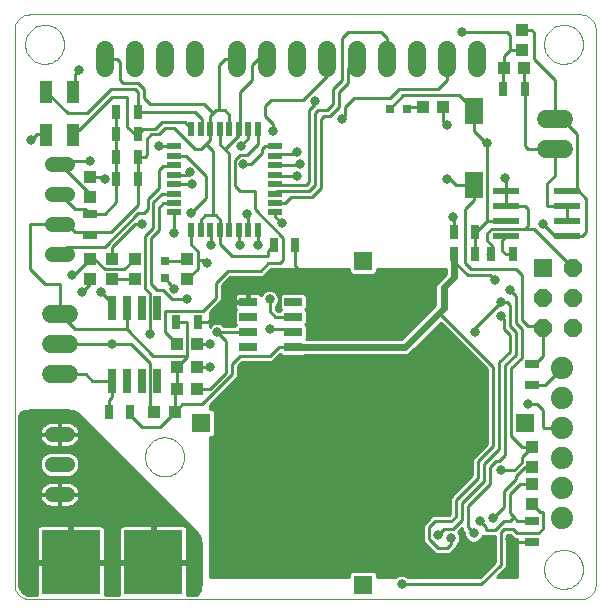
<source format=gtl>
G75*
G70*
%OFA0B0*%
%FSLAX24Y24*%
%IPPOS*%
%LPD*%
%AMOC8*
5,1,8,0,0,1.08239X$1,22.5*
%
%ADD10C,0.0000*%
%ADD11R,0.0220X0.0500*%
%ADD12R,0.0500X0.0220*%
%ADD13R,0.0315X0.0472*%
%ADD14C,0.0600*%
%ADD15R,0.0315X0.0315*%
%ADD16R,0.0394X0.0433*%
%ADD17R,0.0433X0.0748*%
%ADD18C,0.0740*%
%ADD19R,0.0600X0.0600*%
%ADD20OC8,0.0600*%
%ADD21R,0.0433X0.0394*%
%ADD22R,0.0472X0.0315*%
%ADD23R,0.0260X0.0800*%
%ADD24C,0.0515*%
%ADD25R,0.1969X0.2165*%
%ADD26R,0.0630X0.0630*%
%ADD27R,0.0600X0.0300*%
%ADD28R,0.0866X0.0236*%
%ADD29R,0.0630X0.0906*%
%ADD30C,0.0100*%
%ADD31C,0.0320*%
%ADD32C,0.0240*%
D10*
X006618Y007811D02*
X024988Y007811D01*
X025032Y007813D01*
X025075Y007819D01*
X025117Y007828D01*
X025159Y007841D01*
X025199Y007858D01*
X025238Y007878D01*
X025275Y007901D01*
X025309Y007928D01*
X025342Y007957D01*
X025371Y007990D01*
X025398Y008024D01*
X025421Y008061D01*
X025441Y008100D01*
X025458Y008140D01*
X025471Y008182D01*
X025480Y008224D01*
X025486Y008267D01*
X025488Y008311D01*
X025488Y026807D01*
X025486Y026851D01*
X025480Y026894D01*
X025471Y026936D01*
X025458Y026978D01*
X025441Y027018D01*
X025421Y027057D01*
X025398Y027094D01*
X025371Y027128D01*
X025342Y027161D01*
X025309Y027190D01*
X025275Y027217D01*
X025238Y027240D01*
X025199Y027260D01*
X025159Y027277D01*
X025117Y027290D01*
X025075Y027299D01*
X025032Y027305D01*
X024988Y027307D01*
X006618Y027307D01*
X006574Y027305D01*
X006531Y027299D01*
X006489Y027290D01*
X006447Y027277D01*
X006407Y027260D01*
X006368Y027240D01*
X006331Y027217D01*
X006297Y027190D01*
X006264Y027161D01*
X006235Y027128D01*
X006208Y027094D01*
X006185Y027057D01*
X006165Y027018D01*
X006148Y026978D01*
X006135Y026936D01*
X006126Y026894D01*
X006120Y026851D01*
X006118Y026807D01*
X006118Y008311D01*
X006120Y008267D01*
X006126Y008224D01*
X006135Y008182D01*
X006148Y008140D01*
X006165Y008100D01*
X006185Y008061D01*
X006208Y008024D01*
X006235Y007990D01*
X006264Y007957D01*
X006297Y007928D01*
X006331Y007901D01*
X006368Y007878D01*
X006407Y007858D01*
X006447Y007841D01*
X006489Y007828D01*
X006531Y007819D01*
X006574Y007813D01*
X006618Y007811D01*
X010468Y012561D02*
X010470Y012611D01*
X010476Y012661D01*
X010486Y012711D01*
X010499Y012759D01*
X010516Y012807D01*
X010537Y012853D01*
X010561Y012897D01*
X010589Y012939D01*
X010620Y012979D01*
X010654Y013016D01*
X010691Y013051D01*
X010730Y013082D01*
X010771Y013111D01*
X010815Y013136D01*
X010861Y013158D01*
X010908Y013176D01*
X010956Y013190D01*
X011005Y013201D01*
X011055Y013208D01*
X011105Y013211D01*
X011156Y013210D01*
X011206Y013205D01*
X011256Y013196D01*
X011304Y013184D01*
X011352Y013167D01*
X011398Y013147D01*
X011443Y013124D01*
X011486Y013097D01*
X011526Y013067D01*
X011564Y013034D01*
X011599Y012998D01*
X011632Y012959D01*
X011661Y012918D01*
X011687Y012875D01*
X011710Y012830D01*
X011729Y012783D01*
X011744Y012735D01*
X011756Y012686D01*
X011764Y012636D01*
X011768Y012586D01*
X011768Y012536D01*
X011764Y012486D01*
X011756Y012436D01*
X011744Y012387D01*
X011729Y012339D01*
X011710Y012292D01*
X011687Y012247D01*
X011661Y012204D01*
X011632Y012163D01*
X011599Y012124D01*
X011564Y012088D01*
X011526Y012055D01*
X011486Y012025D01*
X011443Y011998D01*
X011398Y011975D01*
X011352Y011955D01*
X011304Y011938D01*
X011256Y011926D01*
X011206Y011917D01*
X011156Y011912D01*
X011105Y011911D01*
X011055Y011914D01*
X011005Y011921D01*
X010956Y011932D01*
X010908Y011946D01*
X010861Y011964D01*
X010815Y011986D01*
X010771Y012011D01*
X010730Y012040D01*
X010691Y012071D01*
X010654Y012106D01*
X010620Y012143D01*
X010589Y012183D01*
X010561Y012225D01*
X010537Y012269D01*
X010516Y012315D01*
X010499Y012363D01*
X010486Y012411D01*
X010476Y012461D01*
X010470Y012511D01*
X010468Y012561D01*
X006468Y026311D02*
X006470Y026361D01*
X006476Y026411D01*
X006486Y026461D01*
X006499Y026509D01*
X006516Y026557D01*
X006537Y026603D01*
X006561Y026647D01*
X006589Y026689D01*
X006620Y026729D01*
X006654Y026766D01*
X006691Y026801D01*
X006730Y026832D01*
X006771Y026861D01*
X006815Y026886D01*
X006861Y026908D01*
X006908Y026926D01*
X006956Y026940D01*
X007005Y026951D01*
X007055Y026958D01*
X007105Y026961D01*
X007156Y026960D01*
X007206Y026955D01*
X007256Y026946D01*
X007304Y026934D01*
X007352Y026917D01*
X007398Y026897D01*
X007443Y026874D01*
X007486Y026847D01*
X007526Y026817D01*
X007564Y026784D01*
X007599Y026748D01*
X007632Y026709D01*
X007661Y026668D01*
X007687Y026625D01*
X007710Y026580D01*
X007729Y026533D01*
X007744Y026485D01*
X007756Y026436D01*
X007764Y026386D01*
X007768Y026336D01*
X007768Y026286D01*
X007764Y026236D01*
X007756Y026186D01*
X007744Y026137D01*
X007729Y026089D01*
X007710Y026042D01*
X007687Y025997D01*
X007661Y025954D01*
X007632Y025913D01*
X007599Y025874D01*
X007564Y025838D01*
X007526Y025805D01*
X007486Y025775D01*
X007443Y025748D01*
X007398Y025725D01*
X007352Y025705D01*
X007304Y025688D01*
X007256Y025676D01*
X007206Y025667D01*
X007156Y025662D01*
X007105Y025661D01*
X007055Y025664D01*
X007005Y025671D01*
X006956Y025682D01*
X006908Y025696D01*
X006861Y025714D01*
X006815Y025736D01*
X006771Y025761D01*
X006730Y025790D01*
X006691Y025821D01*
X006654Y025856D01*
X006620Y025893D01*
X006589Y025933D01*
X006561Y025975D01*
X006537Y026019D01*
X006516Y026065D01*
X006499Y026113D01*
X006486Y026161D01*
X006476Y026211D01*
X006470Y026261D01*
X006468Y026311D01*
X023768Y026311D02*
X023770Y026361D01*
X023776Y026411D01*
X023786Y026461D01*
X023799Y026509D01*
X023816Y026557D01*
X023837Y026603D01*
X023861Y026647D01*
X023889Y026689D01*
X023920Y026729D01*
X023954Y026766D01*
X023991Y026801D01*
X024030Y026832D01*
X024071Y026861D01*
X024115Y026886D01*
X024161Y026908D01*
X024208Y026926D01*
X024256Y026940D01*
X024305Y026951D01*
X024355Y026958D01*
X024405Y026961D01*
X024456Y026960D01*
X024506Y026955D01*
X024556Y026946D01*
X024604Y026934D01*
X024652Y026917D01*
X024698Y026897D01*
X024743Y026874D01*
X024786Y026847D01*
X024826Y026817D01*
X024864Y026784D01*
X024899Y026748D01*
X024932Y026709D01*
X024961Y026668D01*
X024987Y026625D01*
X025010Y026580D01*
X025029Y026533D01*
X025044Y026485D01*
X025056Y026436D01*
X025064Y026386D01*
X025068Y026336D01*
X025068Y026286D01*
X025064Y026236D01*
X025056Y026186D01*
X025044Y026137D01*
X025029Y026089D01*
X025010Y026042D01*
X024987Y025997D01*
X024961Y025954D01*
X024932Y025913D01*
X024899Y025874D01*
X024864Y025838D01*
X024826Y025805D01*
X024786Y025775D01*
X024743Y025748D01*
X024698Y025725D01*
X024652Y025705D01*
X024604Y025688D01*
X024556Y025676D01*
X024506Y025667D01*
X024456Y025662D01*
X024405Y025661D01*
X024355Y025664D01*
X024305Y025671D01*
X024256Y025682D01*
X024208Y025696D01*
X024161Y025714D01*
X024115Y025736D01*
X024071Y025761D01*
X024030Y025790D01*
X023991Y025821D01*
X023954Y025856D01*
X023920Y025893D01*
X023889Y025933D01*
X023861Y025975D01*
X023837Y026019D01*
X023816Y026065D01*
X023799Y026113D01*
X023786Y026161D01*
X023776Y026211D01*
X023770Y026261D01*
X023768Y026311D01*
X023768Y008811D02*
X023770Y008861D01*
X023776Y008911D01*
X023786Y008961D01*
X023799Y009009D01*
X023816Y009057D01*
X023837Y009103D01*
X023861Y009147D01*
X023889Y009189D01*
X023920Y009229D01*
X023954Y009266D01*
X023991Y009301D01*
X024030Y009332D01*
X024071Y009361D01*
X024115Y009386D01*
X024161Y009408D01*
X024208Y009426D01*
X024256Y009440D01*
X024305Y009451D01*
X024355Y009458D01*
X024405Y009461D01*
X024456Y009460D01*
X024506Y009455D01*
X024556Y009446D01*
X024604Y009434D01*
X024652Y009417D01*
X024698Y009397D01*
X024743Y009374D01*
X024786Y009347D01*
X024826Y009317D01*
X024864Y009284D01*
X024899Y009248D01*
X024932Y009209D01*
X024961Y009168D01*
X024987Y009125D01*
X025010Y009080D01*
X025029Y009033D01*
X025044Y008985D01*
X025056Y008936D01*
X025064Y008886D01*
X025068Y008836D01*
X025068Y008786D01*
X025064Y008736D01*
X025056Y008686D01*
X025044Y008637D01*
X025029Y008589D01*
X025010Y008542D01*
X024987Y008497D01*
X024961Y008454D01*
X024932Y008413D01*
X024899Y008374D01*
X024864Y008338D01*
X024826Y008305D01*
X024786Y008275D01*
X024743Y008248D01*
X024698Y008225D01*
X024652Y008205D01*
X024604Y008188D01*
X024556Y008176D01*
X024506Y008167D01*
X024456Y008162D01*
X024405Y008161D01*
X024355Y008164D01*
X024305Y008171D01*
X024256Y008182D01*
X024208Y008196D01*
X024161Y008214D01*
X024115Y008236D01*
X024071Y008261D01*
X024030Y008290D01*
X023991Y008321D01*
X023954Y008356D01*
X023920Y008393D01*
X023889Y008433D01*
X023861Y008475D01*
X023837Y008519D01*
X023816Y008565D01*
X023799Y008613D01*
X023786Y008661D01*
X023776Y008711D01*
X023770Y008761D01*
X023768Y008811D01*
D11*
X014220Y020121D03*
X013905Y020121D03*
X013590Y020121D03*
X013275Y020121D03*
X012960Y020121D03*
X012645Y020121D03*
X012330Y020121D03*
X012015Y020121D03*
X012015Y023501D03*
X012330Y023501D03*
X012645Y023501D03*
X012960Y023501D03*
X013275Y023501D03*
X013590Y023501D03*
X013905Y023501D03*
X014220Y023501D03*
D12*
X014808Y022913D03*
X014808Y022598D03*
X014808Y022283D03*
X014808Y021969D03*
X014808Y021654D03*
X014808Y021339D03*
X014808Y021024D03*
X014808Y020709D03*
X011428Y020709D03*
X011428Y021024D03*
X011428Y021339D03*
X011428Y021654D03*
X011428Y021969D03*
X011428Y022283D03*
X011428Y022598D03*
X011428Y022913D03*
D13*
X010222Y022561D03*
X009513Y022561D03*
X009513Y021811D03*
X010222Y021811D03*
X010222Y023311D03*
X009513Y023311D03*
X009513Y024061D03*
X010222Y024061D03*
X014763Y019611D03*
X015472Y019611D03*
X012222Y017061D03*
X011513Y017061D03*
X009972Y014061D03*
X009263Y014061D03*
X020763Y019311D03*
X021472Y019311D03*
X022013Y019311D03*
X022722Y019311D03*
X021472Y020061D03*
X020763Y020061D03*
X022413Y024811D03*
X023122Y024811D03*
D14*
X023818Y023811D02*
X024418Y023811D01*
X024418Y022811D02*
X023818Y022811D01*
X021518Y025511D02*
X021518Y026111D01*
X020518Y026111D02*
X020518Y025511D01*
X019518Y025511D02*
X019518Y026111D01*
X018518Y026111D02*
X018518Y025511D01*
X017518Y025511D02*
X017518Y026111D01*
X016518Y026111D02*
X016518Y025511D01*
X015518Y025511D02*
X015518Y026111D01*
X014518Y026111D02*
X014518Y025511D01*
X013518Y025511D02*
X013518Y026111D01*
X012118Y026111D02*
X012118Y025511D01*
X011118Y025511D02*
X011118Y026111D01*
X010118Y026111D02*
X010118Y025511D01*
X009118Y025511D02*
X009118Y026111D01*
X007918Y017311D02*
X007318Y017311D01*
X007318Y016311D02*
X007918Y016311D01*
X007918Y015311D02*
X007318Y015311D01*
D15*
X011118Y018516D03*
X011118Y019106D03*
X018623Y024161D03*
X019213Y024161D03*
D16*
X019733Y024211D03*
X020402Y024211D03*
X022433Y025511D03*
X023102Y025511D03*
X012202Y016311D03*
X011533Y016311D03*
X011533Y015561D03*
X012202Y015561D03*
X012202Y014811D03*
X011533Y014811D03*
X011452Y014061D03*
X010783Y014061D03*
D17*
X008071Y023283D03*
X007165Y023283D03*
X007165Y024739D03*
X008071Y024739D03*
D18*
X024368Y015511D03*
X024368Y014511D03*
X024368Y013511D03*
X024368Y012511D03*
X024368Y011511D03*
X024368Y010511D03*
D19*
X023718Y018861D03*
D20*
X024718Y018861D03*
X024718Y017861D03*
X023718Y017861D03*
X023718Y016861D03*
X024718Y016861D03*
D21*
X023368Y012896D03*
X023368Y012226D03*
X023368Y011646D03*
X023368Y010976D03*
X011868Y018476D03*
X011868Y019146D03*
X010118Y019146D03*
X010118Y018476D03*
X009368Y018476D03*
X009368Y019146D03*
X008618Y019146D03*
X008618Y018476D03*
X008618Y021226D03*
X008618Y021896D03*
X023018Y026126D03*
X023018Y026796D03*
D22*
X023368Y015665D03*
X023368Y014957D03*
X023368Y010415D03*
X023368Y009707D03*
X008618Y019957D03*
X008618Y020665D03*
D23*
X009368Y017521D03*
X009868Y017521D03*
X010368Y017521D03*
X010868Y017521D03*
X010868Y015101D03*
X010368Y015101D03*
X009868Y015101D03*
X009368Y015101D03*
D24*
X007875Y013311D02*
X007360Y013311D01*
X007360Y012311D02*
X007875Y012311D01*
X007875Y011311D02*
X007360Y011311D01*
X007360Y019311D02*
X007875Y019311D01*
X007875Y020311D02*
X007360Y020311D01*
X007360Y021311D02*
X007875Y021311D01*
X007875Y022311D02*
X007360Y022311D01*
D25*
X007990Y009042D03*
X010746Y009042D03*
D26*
X012342Y013693D03*
X017736Y019087D03*
X023130Y013693D03*
X017736Y008299D03*
D27*
X015404Y016228D03*
X015404Y016728D03*
X015404Y017228D03*
X015404Y017728D03*
X013904Y017728D03*
X013904Y017228D03*
X013904Y016728D03*
X013904Y016228D03*
D28*
X022494Y019911D03*
X022494Y020411D03*
X022494Y020911D03*
X022494Y021411D03*
X024541Y021411D03*
X024541Y020911D03*
X024541Y020411D03*
X024541Y019911D03*
D29*
X021418Y021621D03*
X021418Y024101D03*
D30*
X021418Y024111D01*
X020918Y024611D01*
X019068Y024611D01*
X018623Y024166D01*
X018623Y024161D01*
X018618Y024511D02*
X018918Y024811D01*
X020218Y024811D01*
X020518Y025111D01*
X020518Y025811D01*
X021018Y026711D02*
X022518Y026711D01*
X022618Y026611D01*
X022618Y026111D01*
X023002Y026111D01*
X023018Y026126D01*
X022618Y026111D02*
X022433Y025926D01*
X022433Y025511D01*
X022413Y025491D01*
X022413Y024811D01*
X023102Y024831D02*
X023102Y025511D01*
X023418Y025811D02*
X024118Y025111D01*
X024118Y023811D01*
X024368Y023811D01*
X024868Y023311D01*
X024868Y021436D01*
X024566Y021436D01*
X024541Y021411D01*
X024918Y021411D01*
X025168Y021161D01*
X025168Y020061D01*
X025018Y019911D01*
X024541Y019911D01*
X024143Y019911D01*
X023743Y020311D01*
X023418Y020161D02*
X024718Y018861D01*
X024541Y019911D02*
X024566Y019936D01*
X024541Y020411D02*
X024541Y020911D01*
X024516Y020936D01*
X023868Y020936D01*
X023868Y021686D01*
X024118Y021936D01*
X024118Y022811D01*
X023218Y022811D01*
X023122Y022907D01*
X023122Y024811D01*
X023102Y024831D01*
X023418Y025811D02*
X023418Y026711D01*
X023333Y026796D01*
X023018Y026796D01*
X021418Y024101D02*
X021418Y023411D01*
X021818Y023011D01*
X021868Y023011D01*
X021868Y020436D01*
X021493Y020061D01*
X021472Y020061D01*
X021472Y019311D01*
X021868Y019311D02*
X022013Y019311D01*
X022018Y019315D01*
X022018Y019611D01*
X021868Y019761D01*
X021868Y020011D01*
X022018Y020161D01*
X023118Y020161D01*
X023418Y020161D01*
X023243Y020286D02*
X023118Y020161D01*
X023243Y020286D02*
X023243Y020811D01*
X023118Y020936D01*
X022519Y020936D01*
X022494Y020911D01*
X022494Y021411D01*
X022494Y021835D01*
X022468Y021861D01*
X021418Y021621D02*
X021418Y021111D01*
X021118Y020811D01*
X021118Y019011D01*
X021318Y018811D01*
X022818Y018811D01*
X023018Y018611D01*
X023018Y017111D01*
X023218Y016911D01*
X023668Y016911D01*
X023718Y016861D01*
X023718Y015911D01*
X023472Y015665D01*
X023368Y015665D01*
X023018Y015861D02*
X023018Y016811D01*
X022818Y017011D01*
X022818Y017911D01*
X022618Y018111D01*
X022518Y017711D02*
X022318Y017711D01*
X021468Y016861D01*
X021468Y016711D01*
X021060Y016286D02*
X019574Y016286D01*
X019476Y016187D02*
X021159Y016187D01*
X021257Y016089D02*
X019377Y016089D01*
X019347Y016058D02*
X020317Y017029D01*
X021868Y015478D01*
X021868Y012994D01*
X021368Y012494D01*
X021368Y012328D01*
X021368Y011944D01*
X020618Y011194D01*
X020618Y011028D01*
X020618Y010644D01*
X020585Y010611D01*
X020035Y010611D01*
X019918Y010494D01*
X019718Y010294D01*
X019718Y010128D01*
X019718Y009728D01*
X019835Y009611D01*
X020135Y009311D01*
X020301Y009311D01*
X020601Y009311D01*
X020718Y009428D01*
X020868Y009578D01*
X020868Y009623D01*
X020931Y009685D01*
X020978Y009799D01*
X020978Y009923D01*
X020931Y010037D01*
X020903Y010064D01*
X021018Y010178D01*
X021018Y010128D01*
X021108Y010038D01*
X021108Y009949D01*
X021155Y009835D01*
X021242Y009748D01*
X021356Y009701D01*
X021479Y009701D01*
X021593Y009748D01*
X021681Y009835D01*
X021719Y009927D01*
X021735Y009911D01*
X021901Y009911D01*
X022118Y009911D01*
X022118Y009044D01*
X021635Y008561D01*
X019206Y008561D01*
X019193Y008574D01*
X019079Y008621D01*
X018956Y008621D01*
X018842Y008574D01*
X018829Y008561D01*
X018201Y008561D01*
X018201Y008676D01*
X018113Y008764D01*
X017359Y008764D01*
X017271Y008676D01*
X017271Y008561D01*
X012618Y008561D01*
X012618Y013228D01*
X012719Y013228D01*
X012807Y013316D01*
X012807Y014070D01*
X012719Y014158D01*
X012618Y014158D01*
X012618Y014278D01*
X013451Y015111D01*
X013568Y015228D01*
X013568Y015578D01*
X013701Y015711D01*
X014535Y015711D01*
X014701Y015711D01*
X014979Y015990D01*
X015041Y015928D01*
X015766Y015928D01*
X015779Y015941D01*
X019171Y015941D01*
X019271Y015982D01*
X019347Y016058D01*
X019347Y016058D01*
X019279Y015990D02*
X021356Y015990D01*
X021454Y015892D02*
X014881Y015892D01*
X014783Y015793D02*
X021553Y015793D01*
X021651Y015694D02*
X013684Y015694D01*
X013586Y015596D02*
X021750Y015596D01*
X021849Y015497D02*
X013568Y015497D01*
X013568Y015399D02*
X021868Y015399D01*
X021868Y015300D02*
X013568Y015300D01*
X013541Y015202D02*
X021868Y015202D01*
X021868Y015103D02*
X013443Y015103D01*
X013344Y015005D02*
X021868Y015005D01*
X021868Y014906D02*
X013246Y014906D01*
X013147Y014808D02*
X021868Y014808D01*
X021868Y014709D02*
X013049Y014709D01*
X012950Y014611D02*
X021868Y014611D01*
X021868Y014512D02*
X012852Y014512D01*
X012753Y014413D02*
X021868Y014413D01*
X021868Y014315D02*
X012654Y014315D01*
X012618Y014216D02*
X021868Y014216D01*
X021868Y014118D02*
X012759Y014118D01*
X012807Y014019D02*
X021868Y014019D01*
X021868Y013921D02*
X012807Y013921D01*
X012807Y013822D02*
X021868Y013822D01*
X021868Y013724D02*
X012807Y013724D01*
X012807Y013625D02*
X021868Y013625D01*
X021868Y013527D02*
X012807Y013527D01*
X012807Y013428D02*
X021868Y013428D01*
X021868Y013329D02*
X012807Y013329D01*
X012722Y013231D02*
X021868Y013231D01*
X021868Y013132D02*
X012618Y013132D01*
X012618Y013034D02*
X021868Y013034D01*
X021809Y012935D02*
X012618Y012935D01*
X012618Y012837D02*
X021711Y012837D01*
X021612Y012738D02*
X012618Y012738D01*
X012618Y012640D02*
X021514Y012640D01*
X021415Y012541D02*
X012618Y012541D01*
X012618Y012443D02*
X021368Y012443D01*
X021368Y012344D02*
X012618Y012344D01*
X012618Y012245D02*
X021368Y012245D01*
X021368Y012147D02*
X012618Y012147D01*
X012618Y012048D02*
X021368Y012048D01*
X021368Y011950D02*
X012618Y011950D01*
X012618Y011851D02*
X021275Y011851D01*
X021177Y011753D02*
X012618Y011753D01*
X012618Y011654D02*
X021078Y011654D01*
X020980Y011556D02*
X012618Y011556D01*
X012618Y011457D02*
X020881Y011457D01*
X020783Y011359D02*
X012618Y011359D01*
X012618Y011260D02*
X020684Y011260D01*
X020618Y011161D02*
X012618Y011161D01*
X012618Y011063D02*
X020618Y011063D01*
X020618Y010964D02*
X012618Y010964D01*
X012618Y010866D02*
X020618Y010866D01*
X020618Y010767D02*
X012618Y010767D01*
X012618Y010669D02*
X020618Y010669D01*
X020818Y010561D02*
X020668Y010411D01*
X020118Y010411D01*
X019918Y010211D01*
X019918Y009811D01*
X020218Y009511D01*
X020518Y009511D01*
X020668Y009661D01*
X020668Y009861D01*
X020718Y010161D02*
X020418Y010161D01*
X020218Y009961D01*
X020718Y010161D02*
X021018Y010461D01*
X021018Y011011D01*
X021768Y011761D01*
X021768Y012311D01*
X022268Y012811D01*
X022268Y015711D01*
X022618Y016061D01*
X022618Y016611D01*
X022418Y016811D01*
X022418Y017161D01*
X022318Y017261D01*
X022618Y016911D02*
X022618Y017611D01*
X022518Y017711D01*
X022618Y016911D02*
X022818Y016711D01*
X022818Y015961D01*
X022468Y015611D01*
X022468Y012611D01*
X022268Y012411D01*
X022168Y012411D01*
X021968Y012211D01*
X021968Y011661D01*
X021218Y010911D01*
X021218Y010211D01*
X021418Y010011D01*
X021699Y009880D02*
X022118Y009880D01*
X022118Y009782D02*
X021627Y009782D01*
X021818Y010111D02*
X021818Y010211D01*
X021618Y010411D01*
X021818Y010111D02*
X022118Y010111D01*
X022418Y010411D01*
X022618Y010411D01*
X022618Y010411D01*
X022755Y010549D01*
X022618Y010686D01*
X022618Y011311D01*
X022952Y011646D01*
X023368Y011646D01*
X022818Y011811D02*
X022418Y011411D01*
X022418Y010886D01*
X022068Y010536D01*
X022418Y010161D02*
X022318Y010061D01*
X022318Y008961D01*
X021668Y008311D01*
X019018Y008311D01*
X019132Y008599D02*
X021673Y008599D01*
X021772Y008698D02*
X018179Y008698D01*
X018201Y008599D02*
X018904Y008599D01*
X019861Y009585D02*
X012618Y009585D01*
X012618Y009683D02*
X019763Y009683D01*
X019718Y009782D02*
X012618Y009782D01*
X012618Y009880D02*
X019718Y009880D01*
X019718Y009979D02*
X012618Y009979D01*
X012618Y010078D02*
X019718Y010078D01*
X019718Y010176D02*
X012618Y010176D01*
X012618Y010275D02*
X019718Y010275D01*
X019797Y010373D02*
X012618Y010373D01*
X012618Y010472D02*
X019896Y010472D01*
X019994Y010570D02*
X012618Y010570D01*
X012151Y010078D02*
X011880Y010078D01*
X011880Y010145D02*
X011870Y010183D01*
X011850Y010217D01*
X011822Y010245D01*
X011788Y010265D01*
X011750Y010275D01*
X010796Y010275D01*
X010796Y009092D01*
X011880Y009092D01*
X011880Y010145D01*
X011872Y010176D02*
X012053Y010176D01*
X011954Y010275D02*
X011750Y010275D01*
X011856Y010373D02*
X006268Y010373D01*
X006268Y010275D02*
X006985Y010275D01*
X006986Y010275D02*
X006948Y010265D01*
X006913Y010245D01*
X006886Y010217D01*
X006866Y010183D01*
X006856Y010145D01*
X006856Y009092D01*
X006268Y009092D01*
X006268Y008994D02*
X007940Y008994D01*
X007940Y008992D02*
X006856Y008992D01*
X006856Y007961D01*
X006618Y007961D01*
X006549Y007968D01*
X006423Y008020D01*
X006327Y008117D01*
X006274Y008243D01*
X006268Y008311D01*
X006268Y008360D01*
X006268Y008373D01*
X006268Y013965D01*
X006296Y013994D01*
X006368Y014044D01*
X006447Y014081D01*
X006531Y014103D01*
X006618Y014111D01*
X007911Y014111D01*
X007989Y014105D01*
X008065Y014087D01*
X008138Y014057D01*
X008205Y014016D01*
X008264Y013965D01*
X012171Y010057D01*
X012222Y009998D01*
X012263Y009931D01*
X012293Y009858D01*
X012312Y009782D01*
X011880Y009782D01*
X011880Y009880D02*
X012284Y009880D01*
X012312Y009782D02*
X012318Y009704D01*
X012318Y008311D01*
X012310Y008224D01*
X012288Y008140D01*
X012251Y008061D01*
X012201Y007990D01*
X012172Y007961D01*
X011880Y007961D01*
X011880Y008992D01*
X010796Y008992D01*
X010796Y009092D01*
X010696Y009092D01*
X010696Y010275D01*
X009742Y010275D01*
X009704Y010265D01*
X009669Y010245D01*
X009641Y010217D01*
X009622Y010183D01*
X009611Y010145D01*
X009611Y009092D01*
X009124Y009092D01*
X009124Y010145D01*
X009114Y010183D01*
X009094Y010217D01*
X009066Y010245D01*
X009032Y010265D01*
X008994Y010275D01*
X008040Y010275D01*
X008040Y009092D01*
X009124Y009092D01*
X009124Y009191D02*
X009611Y009191D01*
X009611Y009289D02*
X009124Y009289D01*
X009124Y009388D02*
X009611Y009388D01*
X009611Y009486D02*
X009124Y009486D01*
X009124Y009585D02*
X009611Y009585D01*
X009611Y009683D02*
X009124Y009683D01*
X009124Y009782D02*
X009611Y009782D01*
X009611Y009880D02*
X009124Y009880D01*
X009124Y009979D02*
X009611Y009979D01*
X009611Y010078D02*
X009124Y010078D01*
X009116Y010176D02*
X009620Y010176D01*
X009741Y010275D02*
X008994Y010275D01*
X008186Y011046D02*
X008224Y011097D01*
X008253Y011155D01*
X008273Y011216D01*
X008283Y011279D01*
X008283Y011282D01*
X007647Y011282D01*
X007647Y011340D01*
X008283Y011340D01*
X008283Y011343D01*
X008273Y011406D01*
X008253Y011467D01*
X008224Y011525D01*
X008186Y011576D01*
X008141Y011622D01*
X008089Y011659D01*
X008032Y011689D01*
X007971Y011708D01*
X007907Y011718D01*
X007647Y011718D01*
X007647Y011340D01*
X007589Y011340D01*
X007589Y011718D01*
X007328Y011718D01*
X007265Y011708D01*
X007204Y011689D01*
X007147Y011659D01*
X007095Y011622D01*
X007049Y011576D01*
X007012Y011525D01*
X006983Y011467D01*
X006963Y011406D01*
X006953Y011343D01*
X006953Y011340D01*
X007589Y011340D01*
X007589Y011282D01*
X007647Y011282D01*
X007647Y010904D01*
X007907Y010904D01*
X007971Y010914D01*
X008032Y010933D01*
X008089Y010963D01*
X008141Y011000D01*
X008186Y011046D01*
X008199Y011063D02*
X011166Y011063D01*
X011264Y010964D02*
X008091Y010964D01*
X008255Y011161D02*
X011067Y011161D01*
X010969Y011260D02*
X008280Y011260D01*
X008280Y011359D02*
X010870Y011359D01*
X010772Y011457D02*
X008256Y011457D01*
X008201Y011556D02*
X010673Y011556D01*
X010575Y011654D02*
X008096Y011654D01*
X007956Y011904D02*
X008106Y011966D01*
X008221Y012080D01*
X008283Y012230D01*
X008283Y012392D01*
X008221Y012542D01*
X008106Y012656D01*
X007956Y012718D01*
X007279Y012718D01*
X007129Y012656D01*
X007015Y012542D01*
X006953Y012392D01*
X006953Y012230D01*
X007015Y012080D01*
X007129Y011966D01*
X007279Y011904D01*
X007956Y011904D01*
X008068Y011950D02*
X010279Y011950D01*
X010180Y012048D02*
X008189Y012048D01*
X008248Y012147D02*
X010082Y012147D01*
X009983Y012245D02*
X008283Y012245D01*
X008283Y012344D02*
X009885Y012344D01*
X009786Y012443D02*
X008262Y012443D01*
X008221Y012541D02*
X009688Y012541D01*
X009589Y012640D02*
X008123Y012640D01*
X008032Y012933D02*
X008089Y012963D01*
X008141Y013000D01*
X008186Y013046D01*
X008224Y013097D01*
X008253Y013155D01*
X008273Y013216D01*
X008283Y013279D01*
X008283Y013282D01*
X007647Y013282D01*
X007647Y013340D01*
X008283Y013340D01*
X008283Y013343D01*
X008273Y013406D01*
X008253Y013467D01*
X008224Y013525D01*
X008186Y013576D01*
X008141Y013622D01*
X008089Y013659D01*
X008032Y013689D01*
X007971Y013708D01*
X007907Y013718D01*
X007647Y013718D01*
X007647Y013340D01*
X007589Y013340D01*
X007589Y013718D01*
X007328Y013718D01*
X007265Y013708D01*
X007204Y013689D01*
X007147Y013659D01*
X007095Y013622D01*
X007049Y013576D01*
X007012Y013525D01*
X006983Y013467D01*
X006963Y013406D01*
X006953Y013343D01*
X006953Y013340D01*
X007589Y013340D01*
X007589Y013282D01*
X007647Y013282D01*
X007647Y012904D01*
X007907Y012904D01*
X007971Y012914D01*
X008032Y012933D01*
X008035Y012935D02*
X009294Y012935D01*
X009392Y012837D02*
X006268Y012837D01*
X006268Y012935D02*
X007200Y012935D01*
X007204Y012933D02*
X007147Y012963D01*
X007095Y013000D01*
X007049Y013046D01*
X007012Y013097D01*
X006983Y013155D01*
X006963Y013216D01*
X006953Y013279D01*
X006953Y013282D01*
X007589Y013282D01*
X007589Y012904D01*
X007328Y012904D01*
X007265Y012914D01*
X007204Y012933D01*
X007061Y013034D02*
X006268Y013034D01*
X006268Y013132D02*
X006994Y013132D01*
X006960Y013231D02*
X006268Y013231D01*
X006268Y013329D02*
X007589Y013329D01*
X007647Y013329D02*
X008899Y013329D01*
X008998Y013231D02*
X008275Y013231D01*
X008242Y013132D02*
X009096Y013132D01*
X009195Y013034D02*
X008174Y013034D01*
X008266Y013428D02*
X008801Y013428D01*
X008702Y013527D02*
X008222Y013527D01*
X008136Y013625D02*
X008604Y013625D01*
X008505Y013724D02*
X006268Y013724D01*
X006268Y013822D02*
X008407Y013822D01*
X008308Y013921D02*
X006268Y013921D01*
X006332Y014019D02*
X008198Y014019D01*
X007647Y013625D02*
X007589Y013625D01*
X007589Y013527D02*
X007647Y013527D01*
X007647Y013428D02*
X007589Y013428D01*
X007589Y013231D02*
X007647Y013231D01*
X007647Y013132D02*
X007589Y013132D01*
X007589Y013034D02*
X007647Y013034D01*
X007647Y012935D02*
X007589Y012935D01*
X007113Y012640D02*
X006268Y012640D01*
X006268Y012738D02*
X009491Y012738D01*
X010368Y013561D02*
X010952Y013561D01*
X011452Y014061D01*
X011702Y014311D01*
X012368Y014311D01*
X013368Y015311D01*
X013368Y015661D01*
X013618Y015911D01*
X014618Y015911D01*
X014918Y016211D01*
X015387Y016211D01*
X015404Y016228D01*
X015362Y016186D01*
X015819Y016481D02*
X015854Y016515D01*
X015854Y016940D01*
X015816Y016978D01*
X015854Y017015D01*
X015854Y017440D01*
X015816Y017478D01*
X015854Y017515D01*
X015854Y017940D01*
X015766Y018028D01*
X015041Y018028D01*
X014954Y017940D01*
X014954Y017515D01*
X014991Y017478D01*
X014954Y017440D01*
X014954Y017428D01*
X014884Y017428D01*
X014818Y017494D01*
X014818Y017573D01*
X014881Y017635D01*
X014928Y017749D01*
X014928Y017873D01*
X014881Y017987D01*
X014793Y018074D01*
X014679Y018121D01*
X014556Y018121D01*
X014442Y018074D01*
X014355Y017987D01*
X014338Y017945D01*
X014324Y017970D01*
X014296Y017998D01*
X014261Y018017D01*
X014223Y018028D01*
X013929Y018028D01*
X013929Y017753D01*
X013879Y017753D01*
X013879Y018028D01*
X013584Y018028D01*
X013546Y018017D01*
X013511Y017998D01*
X013484Y017970D01*
X013464Y017935D01*
X013454Y017897D01*
X013454Y017753D01*
X013878Y017753D01*
X013878Y017702D01*
X013454Y017702D01*
X013454Y017558D01*
X013464Y017520D01*
X013484Y017485D01*
X013491Y017478D01*
X013454Y017440D01*
X013454Y017015D01*
X013491Y016978D01*
X013454Y016940D01*
X013454Y016911D01*
X013106Y016911D01*
X013043Y016974D01*
X012929Y017021D01*
X012806Y017021D01*
X012692Y016974D01*
X012618Y016899D01*
X012618Y017378D01*
X012901Y017661D01*
X013018Y017778D01*
X013018Y018278D01*
X013301Y018561D01*
X014235Y018561D01*
X014401Y018561D01*
X014651Y018811D01*
X017271Y018811D01*
X017271Y018709D01*
X017359Y018622D01*
X018113Y018622D01*
X018201Y018709D01*
X018201Y018811D01*
X020493Y018811D01*
X020493Y018669D01*
X020265Y018440D01*
X020189Y018364D01*
X020148Y018265D01*
X020148Y017623D01*
X020039Y017514D01*
X019006Y016481D01*
X015819Y016481D01*
X015821Y016483D02*
X019008Y016483D01*
X019106Y016581D02*
X015854Y016581D01*
X015854Y016680D02*
X019205Y016680D01*
X019303Y016778D02*
X015854Y016778D01*
X015854Y016877D02*
X019402Y016877D01*
X019501Y016976D02*
X015818Y016976D01*
X015854Y017074D02*
X019599Y017074D01*
X019698Y017173D02*
X015854Y017173D01*
X015854Y017271D02*
X019796Y017271D01*
X019895Y017370D02*
X015854Y017370D01*
X015825Y017468D02*
X019993Y017468D01*
X020092Y017567D02*
X015854Y017567D01*
X015854Y017665D02*
X020148Y017665D01*
X020148Y017764D02*
X015854Y017764D01*
X015854Y017862D02*
X020148Y017862D01*
X020148Y017961D02*
X015832Y017961D01*
X015618Y018311D02*
X015422Y018507D01*
X015668Y018711D02*
X015472Y018907D01*
X015472Y019611D01*
X015068Y019861D02*
X014118Y020811D01*
X014118Y021436D01*
X013618Y021436D01*
X013468Y021586D01*
X013468Y022461D01*
X013618Y022611D01*
X013868Y022611D01*
X014243Y022986D01*
X014243Y023478D01*
X014220Y023501D01*
X013905Y023501D02*
X013905Y023198D01*
X013668Y022911D01*
X013275Y022654D02*
X013118Y022811D01*
X013590Y023283D01*
X013590Y023501D01*
X013618Y023529D01*
X013618Y024711D01*
X014018Y025111D01*
X014018Y025611D01*
X014218Y025811D01*
X014518Y025811D01*
X013518Y025811D02*
X013118Y025811D01*
X012918Y025611D01*
X012918Y024111D01*
X013118Y024111D01*
X013275Y023954D01*
X013275Y023501D01*
X013590Y023501D02*
X013618Y023473D01*
X012960Y022969D02*
X013118Y022811D01*
X013275Y022654D02*
X013275Y020121D01*
X012993Y020154D02*
X012960Y020121D01*
X012968Y020114D01*
X012968Y019661D01*
X013368Y019261D01*
X014563Y019261D01*
X014563Y019411D01*
X014763Y019611D01*
X015068Y019861D02*
X015068Y019111D01*
X014968Y019011D01*
X014568Y019011D01*
X014318Y018761D01*
X013218Y018761D01*
X012818Y018361D01*
X012818Y017861D01*
X012393Y017436D01*
X011118Y017436D01*
X011118Y016726D01*
X011533Y016311D01*
X011827Y015936D02*
X010743Y015936D01*
X009868Y016811D01*
X009868Y017521D01*
X009368Y017521D02*
X009368Y017686D01*
X008993Y018061D01*
X008618Y018311D02*
X008618Y018476D01*
X008618Y018311D02*
X008368Y018061D01*
X008108Y018636D02*
X008043Y018636D01*
X008108Y018636D02*
X008618Y019146D01*
X008783Y019146D01*
X009118Y018811D01*
X009783Y018811D01*
X010118Y019146D01*
X010118Y018476D02*
X009368Y018476D01*
X009368Y019146D02*
X009368Y019561D01*
X010118Y020311D01*
X010368Y020311D01*
X010743Y020186D02*
X010468Y019911D01*
X010468Y018161D01*
X010618Y018011D01*
X010618Y016661D01*
X009993Y016311D02*
X009368Y016311D01*
X007618Y016311D01*
X008118Y016811D02*
X009868Y016811D01*
X009993Y016311D02*
X010618Y015686D01*
X010618Y014226D01*
X010783Y014061D01*
X010368Y013561D02*
X009972Y013957D01*
X009972Y014061D01*
X009263Y014061D02*
X009263Y014457D01*
X009368Y014561D01*
X009368Y015101D01*
X008703Y015101D01*
X008493Y015311D01*
X007618Y015311D01*
X008118Y016811D02*
X007618Y017311D01*
X007618Y018311D01*
X007118Y018311D01*
X006618Y018811D01*
X006618Y020311D01*
X007618Y020311D01*
X007868Y020311D01*
X008118Y020061D01*
X008513Y020061D01*
X009318Y020061D01*
X010222Y020965D01*
X010222Y021811D01*
X010222Y022561D01*
X010468Y022561D01*
X010518Y022611D01*
X010518Y023161D01*
X010668Y023311D01*
X010918Y023311D01*
X011118Y023511D01*
X011418Y023511D01*
X012118Y022811D01*
X012318Y022811D01*
X012493Y022986D01*
X012718Y022761D01*
X012718Y020611D01*
X012468Y020611D01*
X012318Y020461D01*
X012318Y020134D01*
X012330Y020121D01*
X012015Y020121D02*
X012015Y019613D01*
X012218Y019411D01*
X012218Y019111D01*
X012418Y019111D01*
X012518Y019011D01*
X012218Y019111D02*
X012218Y018826D01*
X012218Y018811D01*
X011883Y018476D01*
X011868Y018476D01*
X012218Y018826D01*
X011868Y019146D02*
X011828Y019106D01*
X011118Y019106D01*
X011118Y018516D02*
X011118Y018511D01*
X011418Y018161D01*
X011368Y017811D02*
X011068Y018111D01*
X010868Y018111D01*
X010668Y018311D01*
X010668Y019861D01*
X010918Y020111D01*
X010918Y020861D01*
X011080Y021024D01*
X011428Y021024D01*
X011428Y021339D02*
X011020Y021339D01*
X010743Y021061D01*
X010743Y020186D01*
X010443Y020686D02*
X010243Y020686D01*
X009118Y019561D01*
X007868Y019561D01*
X007618Y019311D01*
X008513Y020061D02*
X008618Y019957D01*
X008618Y020665D02*
X009118Y020665D01*
X009513Y021061D01*
X009513Y021811D01*
X009513Y022561D01*
X009513Y023311D01*
X009513Y024061D01*
X009868Y024561D02*
X009868Y023561D01*
X010118Y023311D01*
X010222Y023311D01*
X010412Y023501D01*
X010808Y023501D01*
X011018Y023711D01*
X011805Y023711D01*
X012015Y023501D01*
X012330Y023501D02*
X012368Y023538D01*
X012368Y023811D01*
X012118Y024061D01*
X010222Y024061D01*
X010222Y024707D01*
X010118Y024811D01*
X009318Y024811D01*
X008518Y024011D01*
X007893Y024011D01*
X007165Y024739D01*
X008118Y024811D02*
X008118Y025311D01*
X008268Y025461D01*
X009118Y025811D02*
X009518Y025811D01*
X009618Y025711D01*
X009618Y025111D01*
X009718Y025011D01*
X010218Y025011D01*
X010418Y024811D01*
X010418Y024511D01*
X010618Y024311D01*
X012418Y024311D01*
X012718Y024011D01*
X012818Y024111D01*
X012918Y024111D01*
X012718Y024011D02*
X012645Y023939D01*
X012645Y023501D01*
X012645Y023139D01*
X012493Y022986D01*
X012960Y022969D02*
X012960Y023501D01*
X012645Y023501D02*
X012618Y023529D01*
X011830Y022598D02*
X011428Y022598D01*
X011425Y022911D02*
X011428Y022913D01*
X011425Y022911D02*
X010918Y022911D01*
X011068Y022261D02*
X010918Y022111D01*
X010918Y021511D01*
X010568Y021161D01*
X010568Y020811D01*
X010443Y020686D01*
X011428Y020709D02*
X011428Y020021D01*
X011418Y020011D01*
X011993Y020686D02*
X012493Y021186D01*
X012493Y021936D01*
X011830Y022598D01*
X011428Y022283D02*
X011405Y022261D01*
X011068Y022261D01*
X011428Y021969D02*
X011875Y021969D01*
X011968Y022061D01*
X012018Y021661D02*
X011435Y021661D01*
X011428Y021654D01*
X012718Y020611D02*
X012818Y020611D01*
X012960Y020469D01*
X012960Y020121D01*
X012668Y020099D02*
X012645Y020121D01*
X012668Y020099D02*
X012668Y019611D01*
X013590Y019639D02*
X013618Y019611D01*
X013590Y019639D02*
X013590Y020121D01*
X013905Y020121D02*
X013905Y020624D01*
X013868Y020661D01*
X014220Y020121D02*
X014218Y020119D01*
X014218Y019611D01*
X014589Y018749D02*
X017271Y018749D01*
X017330Y018651D02*
X014490Y018651D01*
X014428Y018060D02*
X013018Y018060D01*
X013018Y018158D02*
X020148Y018158D01*
X020148Y018060D02*
X014808Y018060D01*
X014891Y017961D02*
X014975Y017961D01*
X014954Y017862D02*
X014928Y017862D01*
X014928Y017764D02*
X014954Y017764D01*
X014954Y017665D02*
X014893Y017665D01*
X014954Y017567D02*
X014818Y017567D01*
X014843Y017468D02*
X014982Y017468D01*
X014801Y017228D02*
X014618Y017411D01*
X014618Y017811D01*
X014344Y017961D02*
X014329Y017961D01*
X013929Y017961D02*
X013879Y017961D01*
X013879Y017862D02*
X013929Y017862D01*
X013929Y017764D02*
X013879Y017764D01*
X013454Y017764D02*
X013004Y017764D01*
X013018Y017862D02*
X013454Y017862D01*
X013479Y017961D02*
X013018Y017961D01*
X013018Y018257D02*
X020148Y018257D01*
X020185Y018355D02*
X013095Y018355D01*
X013193Y018454D02*
X020279Y018454D01*
X020377Y018552D02*
X013292Y018552D01*
X013454Y017665D02*
X012905Y017665D01*
X012806Y017567D02*
X013454Y017567D01*
X013482Y017468D02*
X012708Y017468D01*
X012618Y017370D02*
X013454Y017370D01*
X013454Y017271D02*
X012618Y017271D01*
X012618Y017173D02*
X013454Y017173D01*
X013454Y017074D02*
X012618Y017074D01*
X012568Y017061D02*
X012718Y017211D01*
X012568Y017061D02*
X012222Y017061D01*
X012268Y017061D01*
X012618Y016976D02*
X012696Y016976D01*
X012868Y016711D02*
X013168Y016411D01*
X013168Y015361D01*
X012618Y014811D01*
X012202Y014811D01*
X011533Y014811D02*
X011533Y015561D01*
X011868Y015896D01*
X011827Y015936D01*
X011868Y015896D02*
X011868Y017061D01*
X011513Y017061D01*
X011368Y017811D02*
X011868Y017811D01*
X013039Y016976D02*
X013489Y016976D01*
X013887Y016711D02*
X012868Y016711D01*
X012618Y016311D02*
X012202Y016311D01*
X012202Y015561D02*
X012618Y015561D01*
X011533Y014811D02*
X011452Y014730D01*
X011452Y014061D01*
X010378Y011851D02*
X006268Y011851D01*
X006268Y011753D02*
X010476Y011753D01*
X011363Y010866D02*
X006268Y010866D01*
X006268Y010964D02*
X007144Y010964D01*
X007147Y010963D02*
X007204Y010933D01*
X007265Y010914D01*
X007328Y010904D01*
X007589Y010904D01*
X007589Y011282D01*
X006953Y011282D01*
X006953Y011279D01*
X006963Y011216D01*
X006983Y011155D01*
X007012Y011097D01*
X007049Y011046D01*
X007095Y011000D01*
X007147Y010963D01*
X007037Y011063D02*
X006268Y011063D01*
X006268Y011161D02*
X006980Y011161D01*
X006956Y011260D02*
X006268Y011260D01*
X006268Y011359D02*
X006955Y011359D01*
X006979Y011457D02*
X006268Y011457D01*
X006268Y011556D02*
X007034Y011556D01*
X007139Y011654D02*
X006268Y011654D01*
X006268Y011950D02*
X007167Y011950D01*
X007047Y012048D02*
X006268Y012048D01*
X006268Y012147D02*
X006987Y012147D01*
X006953Y012245D02*
X006268Y012245D01*
X006268Y012344D02*
X006953Y012344D01*
X006974Y012443D02*
X006268Y012443D01*
X006268Y012541D02*
X007015Y012541D01*
X006970Y013428D02*
X006268Y013428D01*
X006268Y013527D02*
X007013Y013527D01*
X007099Y013625D02*
X006268Y013625D01*
X007589Y011654D02*
X007647Y011654D01*
X007647Y011556D02*
X007589Y011556D01*
X007589Y011457D02*
X007647Y011457D01*
X007647Y011359D02*
X007589Y011359D01*
X007589Y011260D02*
X007647Y011260D01*
X007647Y011161D02*
X007589Y011161D01*
X007589Y011063D02*
X007647Y011063D01*
X007647Y010964D02*
X007589Y010964D01*
X007940Y010275D02*
X006986Y010275D01*
X006864Y010176D02*
X006268Y010176D01*
X006268Y010078D02*
X006856Y010078D01*
X006856Y009979D02*
X006268Y009979D01*
X006268Y009880D02*
X006856Y009880D01*
X006856Y009782D02*
X006268Y009782D01*
X006268Y009683D02*
X006856Y009683D01*
X006856Y009585D02*
X006268Y009585D01*
X006268Y009486D02*
X006856Y009486D01*
X006856Y009388D02*
X006268Y009388D01*
X006268Y009289D02*
X006856Y009289D01*
X006856Y009191D02*
X006268Y009191D01*
X006268Y008895D02*
X006856Y008895D01*
X006856Y008796D02*
X006268Y008796D01*
X006268Y008698D02*
X006856Y008698D01*
X006856Y008599D02*
X006268Y008599D01*
X006268Y008501D02*
X006856Y008501D01*
X006856Y008402D02*
X006268Y008402D01*
X006269Y008304D02*
X006856Y008304D01*
X006856Y008205D02*
X006290Y008205D01*
X006337Y008107D02*
X006856Y008107D01*
X006856Y008008D02*
X006452Y008008D01*
X006856Y009092D02*
X007940Y009092D01*
X007940Y010275D01*
X008040Y010275D01*
X008040Y010176D02*
X007940Y010176D01*
X007940Y010078D02*
X008040Y010078D01*
X008040Y009979D02*
X007940Y009979D01*
X007940Y009880D02*
X008040Y009880D01*
X008040Y009782D02*
X007940Y009782D01*
X007940Y009683D02*
X008040Y009683D01*
X008040Y009585D02*
X007940Y009585D01*
X007940Y009486D02*
X008040Y009486D01*
X008040Y009388D02*
X007940Y009388D01*
X007940Y009289D02*
X008040Y009289D01*
X008040Y009191D02*
X007940Y009191D01*
X007940Y009092D02*
X008040Y009092D01*
X008040Y008992D01*
X009124Y008992D01*
X009124Y007961D01*
X009611Y007961D01*
X009611Y008992D01*
X010696Y008992D01*
X010696Y009092D01*
X009611Y009092D01*
X009611Y008895D02*
X009124Y008895D01*
X009124Y008796D02*
X009611Y008796D01*
X009611Y008698D02*
X009124Y008698D01*
X009124Y008599D02*
X009611Y008599D01*
X009611Y008501D02*
X009124Y008501D01*
X009124Y008402D02*
X009611Y008402D01*
X009611Y008304D02*
X009124Y008304D01*
X009124Y008205D02*
X009611Y008205D01*
X009611Y008107D02*
X009124Y008107D01*
X009124Y008008D02*
X009611Y008008D01*
X010696Y008994D02*
X008040Y008994D01*
X007940Y008992D02*
X007940Y009092D01*
X006268Y010472D02*
X011757Y010472D01*
X011659Y010570D02*
X006268Y010570D01*
X006268Y010669D02*
X011560Y010669D01*
X011461Y010767D02*
X006268Y010767D01*
X010696Y010275D02*
X010796Y010275D01*
X010796Y010176D02*
X010696Y010176D01*
X010696Y010078D02*
X010796Y010078D01*
X010796Y009979D02*
X010696Y009979D01*
X010696Y009880D02*
X010796Y009880D01*
X010796Y009782D02*
X010696Y009782D01*
X010696Y009683D02*
X010796Y009683D01*
X010796Y009585D02*
X010696Y009585D01*
X010696Y009486D02*
X010796Y009486D01*
X010796Y009388D02*
X010696Y009388D01*
X010696Y009289D02*
X010796Y009289D01*
X010796Y009191D02*
X010696Y009191D01*
X010796Y008994D02*
X012318Y008994D01*
X012318Y009092D02*
X011880Y009092D01*
X011880Y009191D02*
X012318Y009191D01*
X012318Y009289D02*
X011880Y009289D01*
X011880Y009388D02*
X012318Y009388D01*
X012318Y009486D02*
X011880Y009486D01*
X011880Y009585D02*
X012318Y009585D01*
X012318Y009683D02*
X011880Y009683D01*
X011880Y009979D02*
X012234Y009979D01*
X012618Y009486D02*
X019960Y009486D01*
X020058Y009388D02*
X012618Y009388D01*
X012618Y009289D02*
X022118Y009289D01*
X022118Y009191D02*
X012618Y009191D01*
X012618Y009092D02*
X022118Y009092D01*
X022067Y008994D02*
X012618Y008994D01*
X012618Y008895D02*
X021969Y008895D01*
X021870Y008796D02*
X012618Y008796D01*
X012618Y008698D02*
X017293Y008698D01*
X017271Y008599D02*
X012618Y008599D01*
X012318Y008599D02*
X011880Y008599D01*
X011880Y008501D02*
X012318Y008501D01*
X012318Y008402D02*
X011880Y008402D01*
X011880Y008304D02*
X012317Y008304D01*
X012305Y008205D02*
X011880Y008205D01*
X011880Y008107D02*
X012272Y008107D01*
X012214Y008008D02*
X011880Y008008D01*
X011880Y008698D02*
X012318Y008698D01*
X012318Y008796D02*
X011880Y008796D01*
X011880Y008895D02*
X012318Y008895D01*
X019673Y016384D02*
X020962Y016384D01*
X020863Y016483D02*
X019771Y016483D01*
X019870Y016581D02*
X020765Y016581D01*
X020666Y016680D02*
X019968Y016680D01*
X020067Y016778D02*
X020567Y016778D01*
X020469Y016877D02*
X020166Y016877D01*
X020264Y016976D02*
X020370Y016976D01*
X020268Y017361D02*
X022068Y015561D01*
X022068Y012911D01*
X021568Y012411D01*
X021568Y011861D01*
X020818Y011111D01*
X020818Y010561D01*
X021016Y010176D02*
X021018Y010176D01*
X021068Y010078D02*
X020917Y010078D01*
X020954Y009979D02*
X021108Y009979D01*
X021136Y009880D02*
X020978Y009880D01*
X020971Y009782D02*
X021209Y009782D01*
X020929Y009683D02*
X022118Y009683D01*
X022118Y009585D02*
X020868Y009585D01*
X020776Y009486D02*
X022118Y009486D01*
X022118Y009388D02*
X020677Y009388D01*
X022201Y008561D02*
X022518Y008878D01*
X022518Y009044D01*
X022518Y009961D01*
X022635Y009961D01*
X022785Y009811D01*
X022868Y009811D01*
X022868Y008561D01*
X022201Y008561D01*
X022239Y008599D02*
X022868Y008599D01*
X022868Y008698D02*
X022337Y008698D01*
X022436Y008796D02*
X022868Y008796D01*
X022868Y008895D02*
X022518Y008895D01*
X022518Y008994D02*
X022868Y008994D01*
X022868Y009092D02*
X022518Y009092D01*
X022518Y009191D02*
X022868Y009191D01*
X022868Y009289D02*
X022518Y009289D01*
X022518Y009388D02*
X022868Y009388D01*
X022868Y009486D02*
X022518Y009486D01*
X022518Y009585D02*
X022868Y009585D01*
X022868Y009683D02*
X022518Y009683D01*
X022518Y009782D02*
X022868Y009782D01*
X022722Y009707D02*
X023368Y009707D01*
X023568Y010011D02*
X022868Y010011D01*
X022718Y010161D01*
X022418Y010161D01*
X022518Y009880D02*
X022716Y009880D01*
X022868Y010436D02*
X023347Y010436D01*
X023368Y010415D01*
X023633Y010711D02*
X023718Y010711D01*
X023718Y010161D01*
X023568Y010011D01*
X023633Y010711D02*
X023368Y010976D01*
X022868Y010436D02*
X022755Y010549D01*
X022818Y011811D02*
X022818Y011911D01*
X023133Y012226D01*
X023368Y012226D01*
X023018Y012361D02*
X022768Y012111D01*
X022318Y012111D01*
X023018Y012361D02*
X023018Y012546D01*
X023368Y012896D01*
X023033Y012896D01*
X022668Y013261D01*
X022668Y015511D01*
X023018Y015861D01*
X023368Y014957D02*
X023813Y014957D01*
X024368Y015511D01*
X023518Y014311D02*
X023218Y014311D01*
X023518Y014311D02*
X023718Y014111D01*
X023718Y013561D01*
X023768Y013511D01*
X024368Y013511D01*
X022118Y018461D02*
X021968Y018611D01*
X021218Y018611D01*
X020763Y019065D01*
X020763Y019311D01*
X020493Y018749D02*
X018201Y018749D01*
X018142Y018651D02*
X020476Y018651D01*
X020763Y020061D02*
X020763Y020540D01*
X020743Y020561D01*
X021868Y020436D02*
X021893Y020411D01*
X022494Y020411D01*
X022494Y019911D02*
X022368Y019785D01*
X022368Y019436D01*
X022493Y019311D01*
X022722Y019311D01*
X021418Y021621D02*
X020818Y021621D01*
X020628Y021811D01*
X020518Y021811D01*
X020518Y023611D02*
X020402Y023726D01*
X020402Y024211D01*
X019733Y024211D02*
X019263Y024211D01*
X019213Y024161D01*
X018618Y024511D02*
X017418Y024511D01*
X017118Y024211D01*
X017118Y023911D01*
X017018Y023811D01*
X016918Y024211D02*
X016918Y024711D01*
X017218Y025011D01*
X017218Y025511D01*
X017518Y025811D01*
X017018Y025111D02*
X017018Y026511D01*
X017218Y026711D01*
X018318Y026711D01*
X018518Y026511D01*
X018518Y025811D01*
X017018Y025111D02*
X016718Y024811D01*
X016718Y024311D01*
X016518Y024111D01*
X016218Y024111D01*
X016118Y024011D01*
X016118Y021611D01*
X015918Y021411D01*
X014880Y021411D01*
X014808Y021339D01*
X014830Y021361D01*
X014850Y021611D02*
X015818Y021611D01*
X015918Y021711D01*
X015918Y024111D01*
X016118Y024311D01*
X016118Y024411D01*
X015718Y024461D02*
X016518Y025261D01*
X016518Y025811D01*
X015718Y024461D02*
X014668Y024461D01*
X014468Y024261D01*
X014468Y023911D01*
X014718Y023661D01*
X014718Y023411D01*
X014785Y022936D02*
X014808Y022913D01*
X014805Y022911D01*
X014468Y022911D01*
X014368Y022811D01*
X014368Y022686D01*
X013993Y022311D01*
X013743Y022311D01*
X014808Y022283D02*
X015590Y022283D01*
X015618Y022311D01*
X015468Y022661D02*
X015518Y022711D01*
X015468Y022661D02*
X014870Y022661D01*
X014808Y022598D01*
X014845Y022561D01*
X014808Y021969D02*
X014840Y021936D01*
X015493Y021936D01*
X015518Y021911D01*
X014850Y021611D02*
X014808Y021654D01*
X014808Y021024D02*
X015130Y021024D01*
X015318Y021211D01*
X016018Y021211D01*
X016318Y021511D01*
X016318Y023811D01*
X016418Y023911D01*
X016618Y023911D01*
X016918Y024211D01*
X014808Y021024D02*
X014820Y021011D01*
X014808Y020709D02*
X014808Y020571D01*
X015018Y020361D01*
X015320Y017311D02*
X015404Y017228D01*
X014801Y017228D01*
X014618Y016811D02*
X015320Y016811D01*
X015404Y016728D01*
X015404Y017228D02*
X015487Y017311D01*
X015618Y017311D01*
X013904Y016728D02*
X013887Y016711D01*
X009118Y021811D02*
X009033Y021896D01*
X008618Y021896D01*
X008618Y022436D02*
X007743Y022436D01*
X007618Y022311D01*
X008618Y021311D01*
X008618Y021226D01*
X008472Y020811D02*
X008118Y020811D01*
X007618Y021311D01*
X008472Y020811D02*
X008618Y020665D01*
X006668Y023111D02*
X006868Y023311D01*
X007118Y023311D01*
X008071Y023283D02*
X008249Y023461D01*
X008268Y023461D01*
X009368Y024561D01*
X009868Y024561D01*
X008099Y023311D02*
X008071Y023283D01*
D31*
X008618Y022436D03*
X009118Y021811D03*
X010368Y020311D03*
X011418Y020011D03*
X011993Y020686D03*
X012018Y021661D03*
X011968Y022061D03*
X010918Y022911D03*
X008268Y025461D03*
X006668Y023111D03*
X008043Y018636D03*
X008368Y018061D03*
X008993Y018061D03*
X010618Y016661D03*
X009368Y016311D03*
X011418Y018161D03*
X011868Y017811D03*
X012868Y016711D03*
X012618Y016311D03*
X012618Y015561D03*
X013618Y013811D03*
X013618Y012811D03*
X013618Y011811D03*
X013618Y010811D03*
X013818Y009811D03*
X014918Y009811D03*
X016018Y009811D03*
X017118Y009811D03*
X018118Y009811D03*
X019018Y008311D03*
X020668Y009861D03*
X020218Y009961D03*
X021418Y010011D03*
X021618Y010411D03*
X022068Y010536D03*
X022618Y009811D03*
X022318Y012111D03*
X020618Y013811D03*
X020618Y014811D03*
X020618Y015811D03*
X021468Y016711D03*
X022318Y017261D03*
X022318Y017711D03*
X022618Y018111D03*
X022118Y018461D03*
X023743Y020311D03*
X022468Y021861D03*
X021868Y023011D03*
X020518Y023611D03*
X020518Y021811D03*
X020743Y020561D03*
X018618Y018311D03*
X017618Y018311D03*
X016618Y018311D03*
X015618Y018311D03*
X014618Y017811D03*
X014618Y016811D03*
X012518Y019011D03*
X012668Y019611D03*
X013618Y019611D03*
X014218Y019611D03*
X015018Y020361D03*
X013868Y020661D03*
X015518Y021911D03*
X015618Y022311D03*
X015518Y022711D03*
X014718Y023411D03*
X013668Y022911D03*
X013743Y022311D03*
X016118Y024411D03*
X017018Y023811D03*
X021018Y026711D03*
X019118Y014311D03*
X018118Y014311D03*
X017118Y014311D03*
X016118Y014311D03*
X011118Y010811D03*
X010618Y011311D03*
X010318Y010811D03*
X010118Y011811D03*
X009618Y012311D03*
X009118Y012811D03*
X008618Y013311D03*
X006618Y012811D03*
X006618Y010811D03*
X008368Y010811D03*
X006618Y008811D03*
X012118Y008811D03*
X023218Y014311D03*
D32*
X020268Y017361D02*
X020418Y017511D01*
X020418Y018211D01*
X020763Y018557D01*
X020763Y019065D01*
X020268Y017361D02*
X019118Y016211D01*
X015420Y016211D01*
X015404Y016228D01*
M02*

</source>
